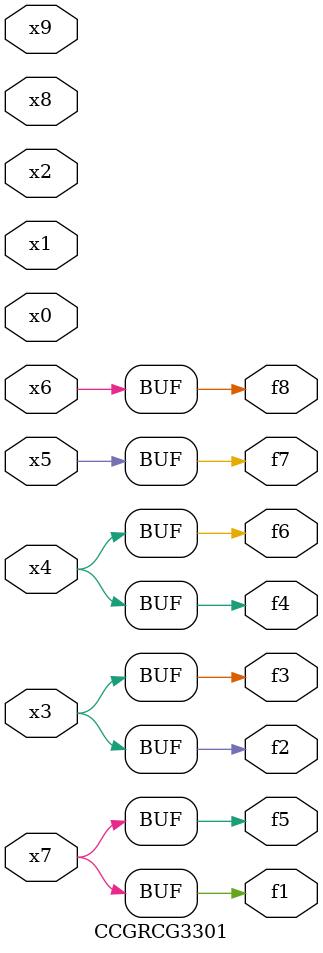
<source format=v>
module CCGRCG3301(
	input x0, x1, x2, x3, x4, x5, x6, x7, x8, x9,
	output f1, f2, f3, f4, f5, f6, f7, f8
);
	assign f1 = x7;
	assign f2 = x3;
	assign f3 = x3;
	assign f4 = x4;
	assign f5 = x7;
	assign f6 = x4;
	assign f7 = x5;
	assign f8 = x6;
endmodule

</source>
